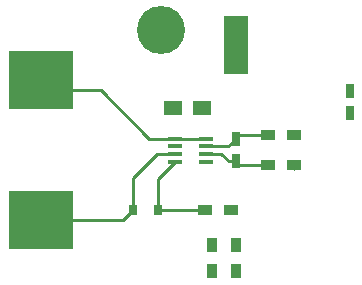
<source format=gbr>
G04 #@! TF.FileFunction,Copper,L1,Top,Signal*
%FSLAX46Y46*%
G04 Gerber Fmt 4.6, Leading zero omitted, Abs format (unit mm)*
G04 Created by KiCad (PCBNEW 4.0.5-e0-6337~49~ubuntu16.04.1) date Fri Feb 17 15:09:23 2017*
%MOMM*%
%LPD*%
G01*
G04 APERTURE LIST*
%ADD10C,0.100000*%
%ADD11R,0.750000X1.200000*%
%ADD12R,1.500000X1.250000*%
%ADD13R,0.800000X0.900000*%
%ADD14R,1.220000X0.400000*%
%ADD15R,5.400040X4.899660*%
%ADD16C,4.064000*%
%ADD17R,1.200000X0.900000*%
%ADD18R,0.900000X1.200000*%
%ADD19R,2.000000X5.000000*%
%ADD20C,0.250000*%
G04 APERTURE END LIST*
D10*
D11*
X167132000Y-99126000D03*
X167132000Y-101026000D03*
D12*
X152166000Y-100584000D03*
X154666000Y-100584000D03*
D11*
X157480000Y-103190000D03*
X157480000Y-105090000D03*
D13*
X148810000Y-109220000D03*
X150910000Y-109220000D03*
D14*
X152360000Y-103170000D03*
X152360000Y-103810000D03*
X152360000Y-104470000D03*
X152360000Y-105110000D03*
X154980000Y-105110000D03*
X154980000Y-104470000D03*
X154980000Y-103810000D03*
X154980000Y-103170000D03*
D15*
X140970000Y-98239580D03*
X140970000Y-110040420D03*
D16*
X151130000Y-93980000D03*
D17*
X162390000Y-102870000D03*
X160190000Y-102870000D03*
X162390000Y-105410000D03*
X160190000Y-105410000D03*
X157056000Y-109220000D03*
X154856000Y-109220000D03*
D18*
X155448000Y-112184000D03*
X155448000Y-114384000D03*
X157480000Y-114384000D03*
X157480000Y-112184000D03*
D19*
X157480000Y-95250000D03*
D20*
X154980000Y-103170000D02*
X153924000Y-103170000D01*
X153924000Y-103170000D02*
X152360000Y-103170000D01*
X152360000Y-103170000D02*
X150160000Y-103170000D01*
X146050000Y-99060000D02*
X141790420Y-99060000D01*
X150160000Y-103170000D02*
X146050000Y-99060000D01*
X141790420Y-99060000D02*
X140970000Y-98239580D01*
X160190000Y-102870000D02*
X157800000Y-102870000D01*
X157800000Y-102870000D02*
X157480000Y-103190000D01*
X154980000Y-103810000D02*
X156860000Y-103810000D01*
X156860000Y-103810000D02*
X157480000Y-103190000D01*
X160190000Y-105410000D02*
X157800000Y-105410000D01*
X157800000Y-105410000D02*
X157480000Y-105090000D01*
X154980000Y-104470000D02*
X156286000Y-104470000D01*
X156906000Y-105090000D02*
X157480000Y-105090000D01*
X156286000Y-104470000D02*
X156906000Y-105090000D01*
X150910000Y-109220000D02*
X154856000Y-109220000D01*
X150910000Y-109220000D02*
X150910000Y-106560000D01*
X150910000Y-106560000D02*
X152360000Y-105110000D01*
X140970000Y-110040420D02*
X147989580Y-110040420D01*
X147989580Y-110040420D02*
X148810000Y-109220000D01*
X148810000Y-109220000D02*
X148810000Y-106460000D01*
X148810000Y-106460000D02*
X150800000Y-104470000D01*
X150800000Y-104470000D02*
X152360000Y-104470000D01*
X162390000Y-105410000D02*
X162390000Y-105750000D01*
M02*

</source>
